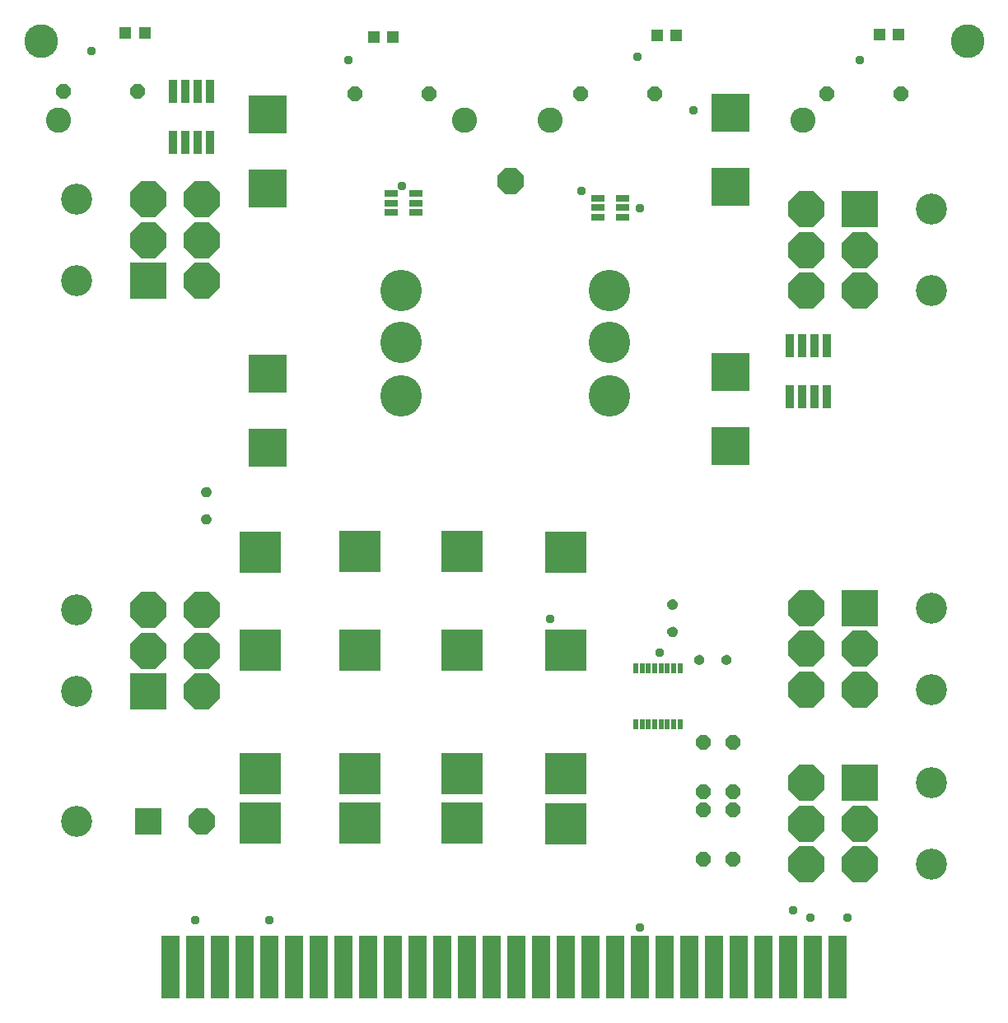
<source format=gts>
G75*
%MOIN*%
%OFA0B0*%
%FSLAX25Y25*%
%IPPOS*%
%LPD*%
%AMOC8*
5,1,8,0,0,1.08239X$1,22.5*
%
%ADD10C,0.13650*%
%ADD11OC8,0.14580*%
%ADD12R,0.14580X0.14580*%
%ADD13C,0.12611*%
%ADD14R,0.05524X0.02965*%
%ADD15OC8,0.06000*%
%ADD16C,0.00500*%
%ADD17C,0.16800*%
%ADD18R,0.16548X0.16548*%
%ADD19R,0.15800X0.15800*%
%ADD20R,0.02178X0.04343*%
%ADD21R,0.03200X0.09500*%
%ADD22R,0.05131X0.05131*%
%ADD23R,0.07300X0.25800*%
%ADD24OC8,0.10800*%
%ADD25C,0.10249*%
%ADD26R,0.10800X0.10800*%
%ADD27C,0.03778*%
D10*
X0013850Y0392500D03*
X0388850Y0392500D03*
D11*
X0323744Y0324305D03*
X0323744Y0307805D03*
X0323744Y0291305D03*
X0345444Y0291305D03*
X0345444Y0307805D03*
X0323744Y0162888D03*
X0323744Y0146388D03*
X0323744Y0129888D03*
X0345444Y0129888D03*
X0345444Y0146388D03*
X0323744Y0091939D03*
X0323744Y0075439D03*
X0323744Y0058939D03*
X0345444Y0058939D03*
X0345444Y0075439D03*
X0078850Y0129002D03*
X0078850Y0145502D03*
X0078850Y0162002D03*
X0057150Y0162002D03*
X0057150Y0145502D03*
X0078857Y0295242D03*
X0078857Y0311742D03*
X0078857Y0328242D03*
X0057157Y0328242D03*
X0057157Y0311742D03*
D12*
X0057157Y0295242D03*
X0057150Y0129002D03*
X0345444Y0162888D03*
X0345444Y0091939D03*
X0345444Y0324305D03*
D13*
X0374185Y0324305D03*
X0374185Y0291305D03*
X0374185Y0162888D03*
X0374185Y0129888D03*
X0374185Y0091939D03*
X0374185Y0058939D03*
X0028410Y0076500D03*
X0028410Y0129002D03*
X0028410Y0162002D03*
X0028417Y0295242D03*
X0028417Y0328242D03*
D14*
X0155483Y0326850D03*
X0155483Y0323110D03*
X0155483Y0330591D03*
X0165720Y0330591D03*
X0165720Y0326850D03*
X0165720Y0323110D03*
X0239145Y0324931D03*
X0239145Y0321191D03*
X0239145Y0328671D03*
X0249382Y0328671D03*
X0249382Y0324931D03*
X0249382Y0321191D03*
D15*
X0262413Y0371142D03*
X0232413Y0371142D03*
X0171025Y0370994D03*
X0141025Y0370994D03*
X0052915Y0372028D03*
X0022915Y0372028D03*
X0281960Y0108307D03*
X0293820Y0108258D03*
X0293820Y0088258D03*
X0293820Y0080945D03*
X0281960Y0080945D03*
X0281960Y0088307D03*
X0281960Y0060945D03*
X0293820Y0060945D03*
X0331970Y0371093D03*
X0361970Y0371093D03*
D16*
X0270282Y0165769D02*
X0270608Y0165561D01*
X0270879Y0165285D01*
X0271081Y0164957D01*
X0271206Y0164591D01*
X0271246Y0164207D01*
X0271212Y0163825D01*
X0271094Y0163461D01*
X0270898Y0163132D01*
X0270633Y0162855D01*
X0270314Y0162643D01*
X0269955Y0162508D01*
X0269576Y0162457D01*
X0269175Y0162492D01*
X0268792Y0162615D01*
X0268447Y0162820D01*
X0268155Y0163097D01*
X0267933Y0163432D01*
X0267791Y0163808D01*
X0267736Y0164207D01*
X0267787Y0164600D01*
X0267924Y0164972D01*
X0268141Y0165304D01*
X0268426Y0165579D01*
X0268765Y0165784D01*
X0269141Y0165909D01*
X0269535Y0165946D01*
X0269919Y0165900D01*
X0270282Y0165769D01*
X0270647Y0165521D02*
X0268365Y0165521D01*
X0267957Y0165022D02*
X0271041Y0165022D01*
X0271213Y0164524D02*
X0267777Y0164524D01*
X0267761Y0164025D02*
X0271230Y0164025D01*
X0271115Y0163527D02*
X0267897Y0163527D01*
X0268228Y0163028D02*
X0270799Y0163028D01*
X0270011Y0162530D02*
X0269058Y0162530D01*
X0269535Y0154926D02*
X0269919Y0154880D01*
X0270282Y0154749D01*
X0270608Y0154541D01*
X0270879Y0154265D01*
X0271081Y0153937D01*
X0271206Y0153571D01*
X0271246Y0153187D01*
X0271212Y0152805D01*
X0271094Y0152441D01*
X0270898Y0152112D01*
X0270633Y0151835D01*
X0270314Y0151623D01*
X0269955Y0151488D01*
X0269576Y0151437D01*
X0269175Y0151472D01*
X0268792Y0151595D01*
X0268447Y0151800D01*
X0268155Y0152077D01*
X0267933Y0152412D01*
X0267791Y0152788D01*
X0267736Y0153187D01*
X0267787Y0153580D01*
X0267924Y0153951D01*
X0268141Y0154283D01*
X0268426Y0154559D01*
X0268765Y0154764D01*
X0269141Y0154889D01*
X0269535Y0154926D01*
X0270588Y0154553D02*
X0268420Y0154553D01*
X0267991Y0154055D02*
X0271008Y0154055D01*
X0271207Y0153556D02*
X0267784Y0153556D01*
X0267754Y0153058D02*
X0271234Y0153058D01*
X0271132Y0152559D02*
X0267877Y0152559D01*
X0268173Y0152061D02*
X0270849Y0152061D01*
X0270152Y0151562D02*
X0268893Y0151562D01*
X0278883Y0142880D02*
X0279160Y0143171D01*
X0279495Y0143393D01*
X0279871Y0143536D01*
X0280269Y0143591D01*
X0280662Y0143540D01*
X0281034Y0143402D01*
X0281366Y0143186D01*
X0281641Y0142901D01*
X0281846Y0142562D01*
X0281971Y0142185D01*
X0282009Y0141791D01*
X0281962Y0141407D01*
X0281831Y0141044D01*
X0281623Y0140719D01*
X0281348Y0140448D01*
X0281019Y0140245D01*
X0280653Y0140121D01*
X0280269Y0140081D01*
X0279887Y0140115D01*
X0279523Y0140233D01*
X0279194Y0140429D01*
X0278917Y0140693D01*
X0278706Y0141013D01*
X0278571Y0141371D01*
X0278519Y0141751D01*
X0278554Y0142151D01*
X0278677Y0142534D01*
X0278883Y0142880D01*
X0279080Y0143088D02*
X0281461Y0143088D01*
X0281830Y0142589D02*
X0278710Y0142589D01*
X0278549Y0142091D02*
X0281980Y0142091D01*
X0281985Y0141592D02*
X0278541Y0141592D01*
X0278675Y0141094D02*
X0281849Y0141094D01*
X0281498Y0140595D02*
X0279020Y0140595D01*
X0280091Y0140097D02*
X0280422Y0140097D01*
X0280303Y0143586D02*
X0280237Y0143586D01*
X0289574Y0142151D02*
X0289697Y0142534D01*
X0289903Y0142880D01*
X0290180Y0143171D01*
X0290515Y0143393D01*
X0290891Y0143536D01*
X0291289Y0143591D01*
X0291682Y0143540D01*
X0292054Y0143402D01*
X0292386Y0143186D01*
X0292661Y0142901D01*
X0292866Y0142562D01*
X0292991Y0142185D01*
X0293029Y0141791D01*
X0292982Y0141407D01*
X0292852Y0141044D01*
X0292643Y0140719D01*
X0292368Y0140448D01*
X0292039Y0140245D01*
X0291673Y0140121D01*
X0291289Y0140081D01*
X0290907Y0140115D01*
X0290543Y0140233D01*
X0290214Y0140429D01*
X0289937Y0140693D01*
X0289726Y0141013D01*
X0289591Y0141371D01*
X0289539Y0141751D01*
X0289574Y0142151D01*
X0289569Y0142091D02*
X0293000Y0142091D01*
X0293005Y0141592D02*
X0289561Y0141592D01*
X0289695Y0141094D02*
X0292869Y0141094D01*
X0292518Y0140595D02*
X0290040Y0140595D01*
X0291111Y0140097D02*
X0291442Y0140097D01*
X0292850Y0142589D02*
X0289730Y0142589D01*
X0290100Y0143088D02*
X0292481Y0143088D01*
X0291323Y0143586D02*
X0291257Y0143586D01*
X0082508Y0198379D02*
X0082370Y0198007D01*
X0082154Y0197675D01*
X0081869Y0197399D01*
X0081530Y0197194D01*
X0081154Y0197070D01*
X0080759Y0197032D01*
X0080376Y0197078D01*
X0080012Y0197209D01*
X0079687Y0197417D01*
X0079416Y0197693D01*
X0079213Y0198022D01*
X0079089Y0198387D01*
X0079049Y0198772D01*
X0079083Y0199153D01*
X0079201Y0199518D01*
X0079397Y0199847D01*
X0079661Y0200124D01*
X0079981Y0200335D01*
X0080339Y0200470D01*
X0080719Y0200522D01*
X0081119Y0200487D01*
X0081502Y0200363D01*
X0081848Y0200158D01*
X0082139Y0199881D01*
X0082361Y0199546D01*
X0082504Y0199170D01*
X0082559Y0198772D01*
X0082508Y0198379D01*
X0082513Y0198422D02*
X0079085Y0198422D01*
X0079062Y0198921D02*
X0082538Y0198921D01*
X0082409Y0199419D02*
X0079169Y0199419D01*
X0079465Y0199918D02*
X0082100Y0199918D01*
X0081337Y0200416D02*
X0080197Y0200416D01*
X0079273Y0197924D02*
X0082316Y0197924D01*
X0081896Y0197425D02*
X0079679Y0197425D01*
X0080759Y0208052D02*
X0080376Y0208098D01*
X0080012Y0208229D01*
X0079687Y0208437D01*
X0079416Y0208713D01*
X0079213Y0209042D01*
X0079089Y0209407D01*
X0079049Y0209792D01*
X0079083Y0210173D01*
X0079201Y0210538D01*
X0079397Y0210867D01*
X0079661Y0211144D01*
X0079981Y0211355D01*
X0080339Y0211490D01*
X0080719Y0211542D01*
X0081119Y0211507D01*
X0081502Y0211383D01*
X0081848Y0211178D01*
X0082139Y0210901D01*
X0082361Y0210566D01*
X0082504Y0210190D01*
X0082559Y0209792D01*
X0082508Y0209399D01*
X0082370Y0209027D01*
X0082154Y0208695D01*
X0081869Y0208419D01*
X0081530Y0208214D01*
X0081154Y0208090D01*
X0080759Y0208052D01*
X0079757Y0208393D02*
X0081825Y0208393D01*
X0082282Y0208891D02*
X0079306Y0208891D01*
X0079095Y0209390D02*
X0082504Y0209390D01*
X0082545Y0209888D02*
X0079057Y0209888D01*
X0079152Y0210387D02*
X0082429Y0210387D01*
X0082150Y0210885D02*
X0079415Y0210885D01*
X0080057Y0211384D02*
X0081501Y0211384D01*
D17*
X0159765Y0248785D03*
X0159765Y0270285D03*
X0159765Y0291285D03*
X0243968Y0291285D03*
X0243968Y0270285D03*
X0243968Y0248785D03*
D18*
X0226202Y0185335D03*
X0226202Y0145571D03*
X0184421Y0145817D03*
X0184421Y0185581D03*
X0143082Y0185581D03*
X0143082Y0145817D03*
X0102728Y0145768D03*
X0102728Y0185531D03*
X0102728Y0095768D03*
X0102728Y0075689D03*
X0143082Y0075738D03*
X0143082Y0095817D03*
X0184421Y0095817D03*
X0184421Y0075738D03*
X0226202Y0075492D03*
X0226202Y0095571D03*
D19*
X0292836Y0228258D03*
X0292836Y0258258D03*
X0292836Y0333258D03*
X0292836Y0363258D03*
X0105533Y0362569D03*
X0105533Y0332569D03*
X0105533Y0257569D03*
X0105533Y0227569D03*
D20*
X0254647Y0138514D03*
X0257206Y0138514D03*
X0259765Y0138514D03*
X0262324Y0138514D03*
X0264883Y0138514D03*
X0267443Y0138514D03*
X0270002Y0138514D03*
X0272561Y0138514D03*
X0272561Y0115876D03*
X0270002Y0115876D03*
X0267443Y0115876D03*
X0264883Y0115876D03*
X0262324Y0115876D03*
X0259765Y0115876D03*
X0257206Y0115876D03*
X0254647Y0115876D03*
D21*
X0317128Y0248539D03*
X0322128Y0248539D03*
X0327128Y0248539D03*
X0332128Y0248539D03*
X0332128Y0269139D03*
X0327128Y0269139D03*
X0322128Y0269139D03*
X0317128Y0269139D03*
X0082374Y0351442D03*
X0077374Y0351442D03*
X0072374Y0351442D03*
X0067374Y0351442D03*
X0067374Y0372042D03*
X0072374Y0372042D03*
X0077374Y0372042D03*
X0082374Y0372042D03*
D22*
X0055976Y0395600D03*
X0048102Y0395600D03*
X0148496Y0394222D03*
X0156370Y0394222D03*
X0263161Y0394764D03*
X0271035Y0394764D03*
X0353220Y0395010D03*
X0361094Y0395010D03*
D23*
X0066411Y0017500D03*
X0076411Y0017500D03*
X0086411Y0017500D03*
X0096411Y0017500D03*
X0106411Y0017500D03*
X0116411Y0017500D03*
X0126411Y0017500D03*
X0136411Y0017500D03*
X0146411Y0017500D03*
X0156411Y0017500D03*
X0166411Y0017500D03*
X0176411Y0017500D03*
X0186411Y0017500D03*
X0196411Y0017500D03*
X0206411Y0017500D03*
X0216411Y0017500D03*
X0226411Y0017500D03*
X0236411Y0017500D03*
X0246411Y0017500D03*
X0256411Y0017500D03*
X0266411Y0017500D03*
X0276411Y0017500D03*
X0286411Y0017500D03*
X0296411Y0017500D03*
X0306411Y0017500D03*
X0316411Y0017500D03*
X0326411Y0017500D03*
X0336411Y0017500D03*
D24*
X0078850Y0076500D03*
X0204106Y0335709D03*
D25*
X0219854Y0360315D03*
X0185405Y0360315D03*
X0322216Y0360315D03*
X0021035Y0360315D03*
D26*
X0057150Y0076500D03*
D27*
X0076153Y0036496D03*
X0106411Y0036496D03*
X0219854Y0158543D03*
X0264145Y0144764D03*
X0318279Y0040433D03*
X0325169Y0037480D03*
X0340443Y0037480D03*
X0256411Y0033543D03*
X0256271Y0324882D03*
X0232649Y0331772D03*
X0277925Y0364252D03*
X0255287Y0385906D03*
X0345259Y0384874D03*
X0159815Y0333740D03*
X0138456Y0384874D03*
X0034236Y0388280D03*
M02*

</source>
